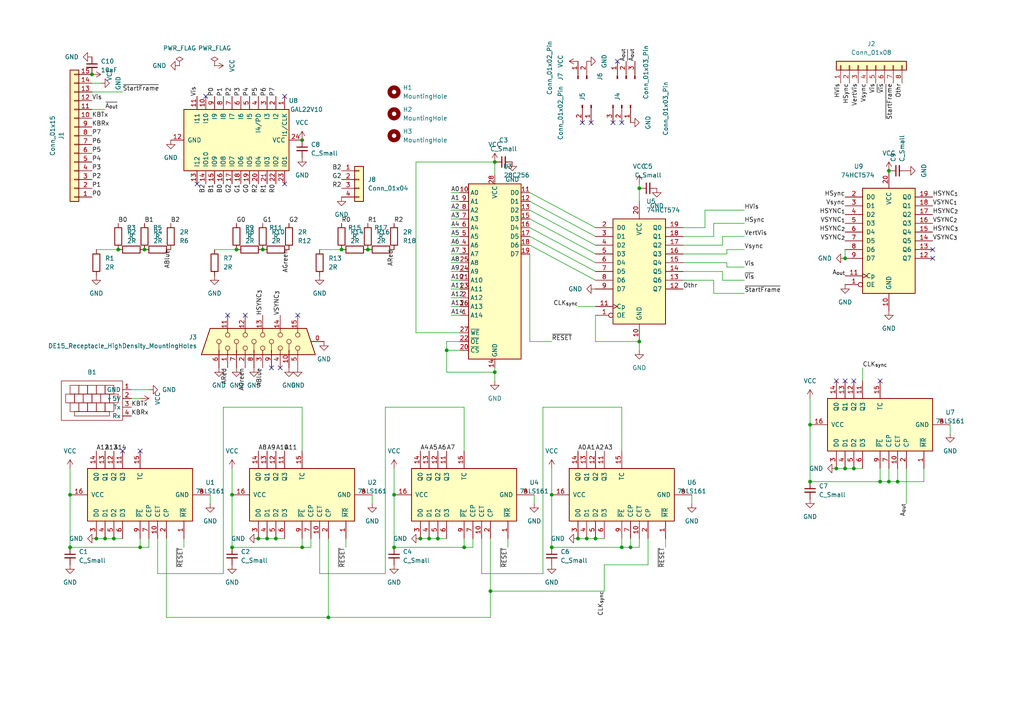
<source format=kicad_sch>
(kicad_sch (version 20230121) (generator eeschema)
  (paper "A4")
  (lib_symbols
    (symbol "74xx:74HCT574" (pin_names (offset 1.016))
      (property "Reference" "U" (at -7.62 16.51 0))
      (property "Value" "74HCT574" (at -7.62 -16.51 0))
      (symbol "74HCT574_1_0"
        (pin input inverted (at -12.7 -12.7 0) (length 5.08) (name "OE") (number "1"))
        (pin power_in line (at 0 -20.32 90) (length 5.08) (name "GND") (number "10"))
        (pin input clock (at -12.7 -10.16 0) (length 5.08) (name "Cp") (number "11"))
        (pin tri_state line (at 12.7 -5.08 180) (length 5.08) (name "Q7") (number "12"))
        (pin tri_state line (at 12.7 -2.54 180) (length 5.08) (name "Q6") (number "13"))
        (pin tri_state line (at 12.7 0 180) (length 5.08) (name "Q5") (number "14"))
        (pin tri_state line (at 12.7 2.54 180) (length 5.08) (name "Q4") (number "15"))
        (pin tri_state line (at 12.7 5.08 180) (length 5.08) (name "Q3") (number "16"))
        (pin tri_state line (at 12.7 7.62 180) (length 5.08) (name "Q2") (number "17"))
        (pin tri_state line (at 12.7 10.16 180) (length 5.08) (name "Q1") (number "18"))
        (pin tri_state line (at 12.7 12.7 180) (length 5.08) (name "Q0") (number "19"))
        (pin input line (at -12.7 12.7 0) (length 5.08) (name "D0") (number "2"))
        (pin power_in line (at 0 20.32 270) (length 5.08) (name "VCC") (number "20"))
        (pin input line (at -12.7 10.16 0) (length 5.08) (name "D1") (number "3"))
        (pin input line (at -12.7 7.62 0) (length 5.08) (name "D2") (number "4"))
        (pin input line (at -12.7 5.08 0) (length 5.08) (name "D3") (number "5"))
        (pin input line (at -12.7 2.54 0) (length 5.08) (name "D4") (number "6"))
        (pin input line (at -12.7 0 0) (length 5.08) (name "D5") (number "7"))
        (pin input line (at -12.7 -2.54 0) (length 5.08) (name "D6") (number "8"))
        (pin input line (at -12.7 -5.08 0) (length 5.08) (name "D7") (number "9"))
      )
    )
    (symbol "74xx:74LS161" (pin_names (offset 1.016))
      (property "Reference" "U" (at -7.62 16.51 0))
      (property "Value" "74LS161" (at -7.62 -16.51 0))
      (symbol "74LS161_1_0"
        (pin input line (at -12.7 -12.7 0) (length 5.08) (name "~{MR}") (number "1"))
        (pin input line (at -12.7 -5.08 0) (length 5.08) (name "CET") (number "10"))
        (pin output line (at 12.7 5.08 180) (length 5.08) (name "Q3") (number "11"))
        (pin output line (at 12.7 7.62 180) (length 5.08) (name "Q2") (number "12"))
        (pin output line (at 12.7 10.16 180) (length 5.08) (name "Q1") (number "13"))
        (pin output line (at 12.7 12.7 180) (length 5.08) (name "Q0") (number "14"))
        (pin output line (at 12.7 0 180) (length 5.08) (name "TC") (number "15"))
        (pin power_in line (at 0 20.32 270) (length 5.08) (name "VCC") (number "16"))
        (pin input line (at -12.7 -7.62 0) (length 5.08) (name "CP") (number "2"))
        (pin input line (at -12.7 12.7 0) (length 5.08) (name "D0") (number "3"))
        (pin input line (at -12.7 10.16 0) (length 5.08) (name "D1") (number "4"))
        (pin input line (at -12.7 7.62 0) (length 5.08) (name "D2") (number "5"))
        (pin input line (at -12.7 5.08 0) (length 5.08) (name "D3") (number "6"))
        (pin input line (at -12.7 -2.54 0) (length 5.08) (name "CEP") (number "7"))
        (pin power_in line (at 0 -20.32 90) (length 5.08) (name "GND") (number "8"))
        (pin input line (at -12.7 0 0) (length 5.08) (name "~{PE}") (number "9"))
      )
    )
    (symbol "Connector:Conn_01x02_Pin" (pin_names (offset 1.016) hide)
      (property "Reference" "J" (at 0 2.54 0))
      (property "Value" "Conn_01x02_Pin" (at 0 -5.08 0))
      (symbol "Conn_01x02_Pin_1_1"
        (pin passive line (at 5.08 0 180) (length 3.81) (name "Pin_1") (number "1"))
        (pin passive line (at 5.08 -2.54 180) (length 3.81) (name "Pin_2") (number "2"))
      )
    )
    (symbol "Connector:Conn_01x03_Pin" (pin_names (offset 1.016) hide)
      (property "Reference" "J" (at 0 5.08 0))
      (property "Value" "Conn_01x03_Pin" (at 0 -5.08 0))
      (symbol "Conn_01x03_Pin_1_1"
        (pin passive line (at 5.08 2.54 180) (length 3.81) (name "Pin_1") (number "1"))
        (pin passive line (at 5.08 0 180) (length 3.81) (name "Pin_2") (number "2"))
        (pin passive line (at 5.08 -2.54 180) (length 3.81) (name "Pin_3") (number "3"))
      )
    )
    (symbol "Connector:DE15_Receptacle_HighDensity_MountingHoles" (pin_names (offset 1.016) hide)
      (property "Reference" "J" (at 0 21.59 0))
      (property "Value" "DE15_Receptacle_HighDensity_MountingHoles" (at 0 19.05 0))
      (symbol "DE15_Receptacle_HighDensity_MountingHoles_1_1"
        (pin passive line (at 0 -17.78 90) (length 3.81) (name "~") (number "0"))
        (pin passive line (at -7.62 10.16 0) (length 5.08) (name "~") (number "1"))
        (pin passive line (at -7.62 -7.62 0) (length 5.08) (name "~") (number "10"))
        (pin passive line (at 7.62 10.16 180) (length 5.08) (name "~") (number "11"))
        (pin passive line (at 7.62 5.08 180) (length 5.08) (name "~") (number "12"))
        (pin passive line (at 7.62 0 180) (length 5.08) (name "~") (number "13"))
        (pin passive line (at 7.62 -5.08 180) (length 5.08) (name "~") (number "14"))
        (pin passive line (at 7.62 -10.16 180) (length 5.08) (name "~") (number "15"))
        (pin passive line (at -7.62 5.08 0) (length 5.08) (name "~") (number "2"))
        (pin passive line (at -7.62 0 0) (length 5.08) (name "~") (number "3"))
        (pin passive line (at -7.62 -5.08 0) (length 5.08) (name "~") (number "4"))
        (pin passive line (at -7.62 -10.16 0) (length 5.08) (name "~") (number "5"))
        (pin passive line (at -7.62 12.7 0) (length 5.08) (name "~") (number "6"))
        (pin passive line (at -7.62 7.62 0) (length 5.08) (name "~") (number "7"))
        (pin passive line (at -7.62 2.54 0) (length 5.08) (name "~") (number "8"))
        (pin passive line (at -7.62 -2.54 0) (length 5.08) (name "~") (number "9"))
      )
    )
    (symbol "Connector_Generic:Conn_01x04" (pin_names (offset 1.016) hide)
      (property "Reference" "J" (at 0 5.08 0))
      (property "Value" "Conn_01x04" (at 0 -7.62 0))
      (symbol "Conn_01x04_1_1"
        (pin passive line (at -5.08 2.54 0) (length 3.81) (name "Pin_1") (number "1"))
        (pin passive line (at -5.08 0 0) (length 3.81) (name "Pin_2") (number "2"))
        (pin passive line (at -5.08 -2.54 0) (length 3.81) (name "Pin_3") (number "3"))
        (pin passive line (at -5.08 -5.08 0) (length 3.81) (name "Pin_4") (number "4"))
      )
    )
    (symbol "Connector_Generic:Conn_01x08" (pin_names (offset 1.016) hide)
      (property "Reference" "J" (at 0 10.16 0))
      (property "Value" "Conn_01x08" (at 0 -12.7 0))
      (symbol "Conn_01x08_1_1"
        (pin passive line (at -5.08 7.62 0) (length 3.81) (name "Pin_1") (number "1"))
        (pin passive line (at -5.08 5.08 0) (length 3.81) (name "Pin_2") (number "2"))
        (pin passive line (at -5.08 2.54 0) (length 3.81) (name "Pin_3") (number "3"))
        (pin passive line (at -5.08 0 0) (length 3.81) (name "Pin_4") (number "4"))
        (pin passive line (at -5.08 -2.54 0) (length 3.81) (name "Pin_5") (number "5"))
        (pin passive line (at -5.08 -5.08 0) (length 3.81) (name "Pin_6") (number "6"))
        (pin passive line (at -5.08 -7.62 0) (length 3.81) (name "Pin_7") (number "7"))
        (pin passive line (at -5.08 -10.16 0) (length 3.81) (name "Pin_8") (number "8"))
      )
    )
    (symbol "Connector_Generic:Conn_01x15" (pin_names (offset 1.016) hide)
      (property "Reference" "J" (at 0 20.32 0))
      (property "Value" "Conn_01x15" (at 0 -20.32 0))
      (symbol "Conn_01x15_1_1"
        (pin passive line (at -5.08 17.78 0) (length 3.81) (name "Pin_1") (number "1"))
        (pin passive line (at -5.08 -5.08 0) (length 3.81) (name "Pin_10") (number "10"))
        (pin passive line (at -5.08 -7.62 0) (length 3.81) (name "Pin_11") (number "11"))
        (pin passive line (at -5.08 -10.16 0) (length 3.81) (name "Pin_12") (number "12"))
        (pin passive line (at -5.08 -12.7 0) (length 3.81) (name "Pin_13") (number "13"))
        (pin passive line (at -5.08 -15.24 0) (length 3.81) (name "Pin_14") (number "14"))
        (pin passive line (at -5.08 -17.78 0) (length 3.81) (name "Pin_15") (number "15"))
        (pin passive line (at -5.08 15.24 0) (length 3.81) (name "Pin_2") (number "2"))
        (pin passive line (at -5.08 12.7 0) (length 3.81) (name "Pin_3") (number "3"))
        (pin passive line (at -5.08 10.16 0) (length 3.81) (name "Pin_4") (number "4"))
        (pin passive line (at -5.08 7.62 0) (length 3.81) (name "Pin_5") (number "5"))
        (pin passive line (at -5.08 5.08 0) (length 3.81) (name "Pin_6") (number "6"))
        (pin passive line (at -5.08 2.54 0) (length 3.81) (name "Pin_7") (number "7"))
        (pin passive line (at -5.08 0 0) (length 3.81) (name "Pin_8") (number "8"))
        (pin passive line (at -5.08 -2.54 0) (length 3.81) (name "Pin_9") (number "9"))
      )
    )
    (symbol "Device:C_Small" (pin_numbers hide) (pin_names (offset 0.254) hide)
      (property "Reference" "C" (at 0.254 1.778 0))
      (property "Value" "C_Small" (at 0.254 -2.032 0))
      (symbol "C_Small_1_1"
        (pin passive line (at 0 2.54 270) (length 2.032) (name "~") (number "1"))
        (pin passive line (at 0 -2.54 90) (length 2.032) (name "~") (number "2"))
      )
    )
    (symbol "Device:R" (pin_numbers hide) (pin_names (offset 0))
      (property "Reference" "R" (at 2.032 0 90))
      (property "Value" "R" (at 0 0 90))
      (symbol "R_1_1"
        (pin passive line (at 0 3.81 270) (length 1.27) (name "~") (number "1"))
        (pin passive line (at 0 -3.81 90) (length 1.27) (name "~") (number "2"))
      )
    )
    (symbol "Mechanical:MountingHole" (pin_names (offset 1.016))
      (property "Reference" "H" (at 0 5.08 0))
      (property "Value" "MountingHole" (at 0 3.175 0))
    )
    (symbol "Memory_EEPROM:28C256"
      (property "Reference" "U" (at -7.62 26.67 0))
      (property "Value" "28C256" (at 2.54 -26.67 0))
      (symbol "28C256_1_1"
        (pin input line (at -10.16 -12.7 0) (length 2.54) (name "A14") (number "1"))
        (pin input line (at -10.16 22.86 0) (length 2.54) (name "A0") (number "10"))
        (pin tri_state line (at 10.16 22.86 180) (length 2.54) (name "D0") (number "11"))
        (pin tri_state line (at 10.16 20.32 180) (length 2.54) (name "D1") (number "12"))
        (pin tri_state line (at 10.16 17.78 180) (length 2.54) (name "D2") (number "13"))
        (pin power_in line (at 0 -27.94 90) (length 2.54) (name "GND") (number "14"))
        (pin tri_state line (at 10.16 15.24 180) (length 2.54) (name "D3") (number "15"))
        (pin tri_state line (at 10.16 12.7 180) (length 2.54) (name "D4") (number "16"))
        (pin tri_state line (at 10.16 10.16 180) (length 2.54) (name "D5") (number "17"))
        (pin tri_state line (at 10.16 7.62 180) (length 2.54) (name "D6") (number "18"))
        (pin tri_state line (at 10.16 5.08 180) (length 2.54) (name "D7") (number "19"))
        (pin input line (at -10.16 -7.62 0) (length 2.54) (name "A12") (number "2"))
        (pin input line (at -10.16 -22.86 0) (length 2.54) (name "~{CS}") (number "20"))
        (pin input line (at -10.16 -2.54 0) (length 2.54) (name "A10") (number "21"))
        (pin input line (at -10.16 -20.32 0) (length 2.54) (name "~{OE}") (number "22"))
        (pin input line (at -10.16 -5.08 0) (length 2.54) (name "A11") (number "23"))
        (pin input line (at -10.16 0 0) (length 2.54) (name "A9") (number "24"))
        (pin input line (at -10.16 2.54 0) (length 2.54) (name "A8") (number "25"))
        (pin input line (at -10.16 -10.16 0) (length 2.54) (name "A13") (number "26"))
        (pin input line (at -10.16 -17.78 0) (length 2.54) (name "~{WE}") (number "27"))
        (pin power_in line (at 0 27.94 270) (length 2.54) (name "VCC") (number "28"))
        (pin input line (at -10.16 5.08 0) (length 2.54) (name "A7") (number "3"))
        (pin input line (at -10.16 7.62 0) (length 2.54) (name "A6") (number "4"))
        (pin input line (at -10.16 10.16 0) (length 2.54) (name "A5") (number "5"))
        (pin input line (at -10.16 12.7 0) (length 2.54) (name "A4") (number "6"))
        (pin input line (at -10.16 15.24 0) (length 2.54) (name "A3") (number "7"))
        (pin input line (at -10.16 17.78 0) (length 2.54) (name "A2") (number "8"))
        (pin input line (at -10.16 20.32 0) (length 2.54) (name "A1") (number "9"))
      )
    )
    (symbol "local:KB-UART-board"
      (property "Reference" "B" (at -8.89 6.35 0))
      (symbol "KB-UART-board_1_1"
        (pin power_in line (at 6.35 2.54 180) (length 2.54) (name "GND") (number "1"))
        (pin power_in line (at 6.35 0 180) (length 2.54) (name "5V") (number "2"))
        (pin output line (at 6.35 -2.54 180) (length 2.54) (name "Tx") (number "3"))
        (pin input line (at 6.35 -5.08 180) (length 2.54) (name "Rx") (number "4"))
      )
    )
    (symbol "power:GND" (power) (pin_names (offset 0))
      (property "Value" "GND" (at 0 -3.81 0))
      (symbol "GND_1_1"
        (pin power_in line (at 0 0 270) (length 0) hide (name "GND") (number "1"))
      )
    )
    (symbol "power:PWR_FLAG" (power) (pin_numbers hide) (pin_names (offset 0) hide)
      (property "Value" "PWR_FLAG" (at 0 3.81 0))
      (symbol "PWR_FLAG_0_0"
        (pin power_out line (at 0 0 90) (length 0) (name "pwr") (number "1"))
      )
    )
    (symbol "power:VCC" (power) (pin_names (offset 0))
      (property "Value" "VCC" (at 0 3.81 0))
      (symbol "VCC_1_1"
        (pin power_in line (at 0 0 90) (length 0) hide (name "VCC") (number "1"))
      )
    )
    (symbol "vga:GAL22V10" (pin_names (offset 1.016))
      (property "Reference" "U" (at -8.89 16.51 0))
      (property "Value" "GAL22V10" (at 1.27 16.51 0))
      (symbol "GAL22V10_0_0"
        (pin power_in line (at 0 -20.32 90) (length 3.81) (name "GND") (number "12"))
        (pin power_in line (at 0 17.78 270) (length 3.81) (name "VCC") (number "24"))
      )
      (symbol "GAL22V10_1_1"
        (pin input line (at -12.7 12.7 0) (length 3.81) (name "I1/CLK") (number "1"))
        (pin input line (at -12.7 -10.16 0) (length 3.81) (name "I10") (number "10"))
        (pin input line (at -12.7 -12.7 0) (length 3.81) (name "I11") (number "11"))
        (pin input line (at 12.7 -12.7 180) (length 3.81) (name "I12") (number "13"))
        (pin tri_state line (at 12.7 -10.16 180) (length 3.81) (name "IO10") (number "14"))
        (pin tri_state line (at 12.7 -7.62 180) (length 3.81) (name "IO9") (number "15"))
        (pin tri_state line (at 12.7 -5.08 180) (length 3.81) (name "IO8") (number "16"))
        (pin tri_state line (at 12.7 -2.54 180) (length 3.81) (name "IO7") (number "17"))
        (pin tri_state line (at 12.7 0 180) (length 3.81) (name "IO6") (number "18"))
        (pin tri_state line (at 12.7 2.54 180) (length 3.81) (name "IO5") (number "19"))
        (pin input line (at -12.7 10.16 0) (length 3.81) (name "I2") (number "2"))
        (pin tri_state line (at 12.7 5.08 180) (length 3.81) (name "IO4") (number "20"))
        (pin tri_state line (at 12.7 7.62 180) (length 3.81) (name "I03") (number "21"))
        (pin tri_state line (at 12.7 10.16 180) (length 3.81) (name "IO2") (number "22"))
        (pin tri_state line (at 12.7 12.7 180) (length 3.81) (name "IO1") (number "23"))
        (pin input line (at -12.7 7.62 0) (length 3.81) (name "I3") (number "3"))
        (pin input line (at -12.7 5.08 0) (length 3.81) (name "I4/PD") (number "4"))
        (pin input line (at -12.7 2.54 0) (length 3.81) (name "I5") (number "5"))
        (pin input line (at -12.7 0 0) (length 3.81) (name "I6") (number "6"))
        (pin input line (at -12.7 -2.54 0) (length 3.81) (name "I7") (number "7"))
        (pin input line (at -12.7 -5.08 0) (length 3.81) (name "I8") (number "8"))
        (pin input line (at -12.7 -7.62 0) (length 3.81) (name "I9") (number "9"))
      )
    )
  )
  (junction (at 27.94 156.21))
  (junction (at 114.3 158.75))
  (junction (at 234.95 139.7))
  (junction (at 114.3 143.51))
  (junction (at 255.27 139.7))
  (junction (at 182.88 158.75))
  (junction (at 172.72 156.21))
  (junction (at 30.48 156.21))
  (junction (at 76.2 72.39))
  (junction (at 127 156.21))
  (junction (at 245.11 74.93))
  (junction (at 34.29 72.39))
  (junction (at 129.54 101.6))
  (junction (at 185.42 54.61))
  (junction (at 257.81 139.7))
  (junction (at 40.64 158.75))
  (junction (at 67.31 143.51))
  (junction (at 170.18 156.21))
  (junction (at 26.67 21.59))
  (junction (at 95.25 179.07))
  (junction (at 257.81 49.53))
  (junction (at 185.42 99.06))
  (junction (at 33.02 156.21))
  (junction (at 143.51 107.95))
  (junction (at 247.65 135.89))
  (junction (at 68.58 72.39))
  (junction (at 260.35 139.7))
  (junction (at 160.02 143.51))
  (junction (at 74.93 156.21))
  (junction (at 20.32 158.75))
  (junction (at 180.34 158.75))
  (junction (at 160.02 158.75))
  (junction (at 242.57 135.89))
  (junction (at 142.24 171.45))
  (junction (at 143.51 46.99))
  (junction (at 80.01 156.21))
  (junction (at 124.46 156.21))
  (junction (at 41.91 72.39))
  (junction (at 67.31 158.75))
  (junction (at 87.63 158.75))
  (junction (at 234.95 123.19))
  (junction (at 121.92 156.21))
  (junction (at 106.68 72.39))
  (junction (at 167.64 156.21))
  (junction (at 99.06 72.39))
  (junction (at 245.11 135.89))
  (junction (at 20.32 143.51))
  (junction (at 87.63 40.64))
  (junction (at 134.62 158.75))
  (junction (at 77.47 156.21))
  (no_connect (at 245.11 110.49))
  (no_connect (at 78.74 106.68))
  (no_connect (at 40.64 130.81))
  (no_connect (at 179.07 17.78))
  (no_connect (at 247.65 110.49))
  (no_connect (at 59.69 27.94))
  (no_connect (at 57.15 53.34))
  (no_connect (at 270.51 72.39))
  (no_connect (at 242.57 110.49))
  (no_connect (at 35.56 130.81))
  (no_connect (at 171.45 35.56))
  (no_connect (at 180.34 35.56))
  (no_connect (at 168.91 35.56))
  (no_connect (at 270.51 74.93))
  (no_connect (at 255.27 110.49))
  (no_connect (at 177.8 35.56))
  (no_connect (at 81.28 106.68))
  (no_connect (at 66.04 91.44))
  (no_connect (at 86.36 91.44))
  (no_connect (at 82.55 27.94))
  (no_connect (at 71.12 91.44))
  (no_connect (at 82.55 53.34))
  (wire (pts (xy 20.32 135.89) (xy 20.32 143.51)))
  (wire (pts (xy 143.51 107.95) (xy 143.51 110.49)))
  (wire (pts (xy 43.18 158.75) (xy 43.18 156.21)))
  (wire (pts (xy 20.32 143.51) (xy 20.32 158.75)))
  (wire (pts (xy 30.48 156.21) (xy 33.02 156.21)))
  (wire (pts (xy 87.63 118.11) (xy 64.77 118.11)))
  (wire (pts (xy 137.16 158.75) (xy 137.16 156.21)))
  (wire (pts (xy 111.76 166.37) (xy 92.71 166.37)))
  (wire (pts (xy 153.67 71.12) (xy 172.72 81.28)))
  (wire (pts (xy 40.64 156.21) (xy 40.64 158.75)))
  (wire (pts (xy 133.35 99.06) (xy 129.54 99.06)))
  (wire (pts (xy 129.54 101.6) (xy 133.35 101.6)))
  (wire (pts (xy 48.26 179.07) (xy 48.26 156.21)))
  (wire (pts (xy 234.95 115.57) (xy 234.95 123.19)))
  (wire (pts (xy 185.42 97.79) (xy 185.42 99.06)))
  (wire (pts (xy 67.31 158.75) (xy 87.63 158.75)))
  (wire (pts (xy 134.62 156.21) (xy 134.62 158.75)))
  (wire (pts (xy 262.89 146.05) (xy 262.89 135.89)))
  (wire (pts (xy 198.12 71.12) (xy 209.55 71.12)))
  (wire (pts (xy 62.23 72.39) (xy 68.58 72.39)))
  (wire (pts (xy 172.72 156.21) (xy 175.26 156.21)))
  (wire (pts (xy 153.67 99.06) (xy 160.02 99.06)))
  (wire (pts (xy 180.34 156.21) (xy 180.34 158.75)))
  (wire (pts (xy 87.63 156.21) (xy 87.63 158.75)))
  (wire (pts (xy 133.35 96.52) (xy 120.65 96.52)))
  (wire (pts (xy 198.12 66.04) (xy 204.47 66.04)))
  (wire (pts (xy 121.92 156.21) (xy 124.46 156.21)))
  (wire (pts (xy 64.77 118.11) (xy 64.77 166.37)))
  (wire (pts (xy 134.62 118.11) (xy 111.76 118.11)))
  (wire (pts (xy 160.02 143.51) (xy 160.02 158.75)))
  (wire (pts (xy 153.67 68.58) (xy 172.72 78.74)))
  (wire (pts (xy 95.25 156.21) (xy 95.25 179.07)))
  (wire (pts (xy 147.32 156.21) (xy 147.32 158.75)))
  (wire (pts (xy 124.46 156.21) (xy 127 156.21)))
  (wire (pts (xy 114.3 143.51) (xy 114.3 158.75)))
  (wire (pts (xy 153.67 58.42) (xy 172.72 68.58)))
  (wire (pts (xy 127 156.21) (xy 129.54 156.21)))
  (wire (pts (xy 209.55 78.74) (xy 209.55 81.28)))
  (wire (pts (xy 100.33 156.21) (xy 100.33 158.75)))
  (wire (pts (xy 130.81 55.88) (xy 133.35 55.88)))
  (wire (pts (xy 210.82 77.47) (xy 215.9 77.47)))
  (wire (pts (xy 275.59 123.19) (xy 275.59 125.73)))
  (wire (pts (xy 210.82 76.2) (xy 210.82 77.47)))
  (wire (pts (xy 175.26 171.45) (xy 175.26 163.83)))
  (wire (pts (xy 180.34 118.11) (xy 157.48 118.11)))
  (wire (pts (xy 185.42 99.06) (xy 185.42 101.6)))
  (wire (pts (xy 87.63 158.75) (xy 90.17 158.75)))
  (wire (pts (xy 95.25 179.07) (xy 48.26 179.07)))
  (wire (pts (xy 245.11 72.39) (xy 245.11 74.93)))
  (wire (pts (xy 67.31 135.89) (xy 67.31 143.51)))
  (wire (pts (xy 130.81 88.9) (xy 133.35 88.9)))
  (wire (pts (xy 182.88 158.75) (xy 182.88 156.21)))
  (wire (pts (xy 153.67 63.5) (xy 172.72 73.66)))
  (wire (pts (xy 250.19 106.68) (xy 250.19 110.49)))
  (wire (pts (xy 90.17 158.75) (xy 90.17 156.21)))
  (wire (pts (xy 33.02 156.21) (xy 35.56 156.21)))
  (wire (pts (xy 130.81 86.36) (xy 133.35 86.36)))
  (wire (pts (xy 143.51 106.68) (xy 143.51 107.95)))
  (wire (pts (xy 130.81 76.2) (xy 133.35 76.2)))
  (wire (pts (xy 234.95 123.19) (xy 234.95 139.7)))
  (wire (pts (xy 153.67 60.96) (xy 172.72 71.12)))
  (wire (pts (xy 114.3 135.89) (xy 114.3 143.51)))
  (wire (pts (xy 27.94 156.21) (xy 30.48 156.21)))
  (wire (pts (xy 257.81 135.89) (xy 257.81 139.7)))
  (wire (pts (xy 130.81 66.04) (xy 133.35 66.04)))
  (wire (pts (xy 255.27 139.7) (xy 257.81 139.7)))
  (wire (pts (xy 142.24 156.21) (xy 142.24 171.45)))
  (wire (pts (xy 209.55 81.28) (xy 215.9 81.28)))
  (wire (pts (xy 180.34 130.81) (xy 180.34 118.11)))
  (wire (pts (xy 167.64 156.21) (xy 170.18 156.21)))
  (wire (pts (xy 92.71 166.37) (xy 92.71 156.21)))
  (wire (pts (xy 234.95 139.7) (xy 255.27 139.7)))
  (wire (pts (xy 139.7 166.37) (xy 139.7 156.21)))
  (wire (pts (xy 187.96 163.83) (xy 187.96 156.21)))
  (wire (pts (xy 257.81 139.7) (xy 260.35 139.7)))
  (wire (pts (xy 185.42 54.61) (xy 185.42 58.42)))
  (wire (pts (xy 20.32 158.75) (xy 40.64 158.75)))
  (wire (pts (xy 38.1 113.03) (xy 43.18 113.03)))
  (wire (pts (xy 157.48 166.37) (xy 139.7 166.37)))
  (wire (pts (xy 198.12 81.28) (xy 207.01 81.28)))
  (wire (pts (xy 129.54 107.95) (xy 143.51 107.95)))
  (wire (pts (xy 67.31 143.51) (xy 67.31 158.75)))
  (wire (pts (xy 198.12 68.58) (xy 207.01 68.58)))
  (wire (pts (xy 185.42 156.21) (xy 185.42 158.75)))
  (wire (pts (xy 77.47 156.21) (xy 80.01 156.21)))
  (wire (pts (xy 207.01 68.58) (xy 207.01 64.77)))
  (wire (pts (xy 198.12 76.2) (xy 210.82 76.2)))
  (wire (pts (xy 80.01 156.21) (xy 82.55 156.21)))
  (wire (pts (xy 130.81 58.42) (xy 133.35 58.42)))
  (wire (pts (xy 111.76 118.11) (xy 111.76 166.37)))
  (wire (pts (xy 172.72 91.44) (xy 172.72 99.06)))
  (wire (pts (xy 45.72 166.37) (xy 45.72 156.21)))
  (wire (pts (xy 27.94 72.39) (xy 34.29 72.39)))
  (wire (pts (xy 182.88 158.75) (xy 185.42 158.75)))
  (wire (pts (xy 120.65 46.99) (xy 143.51 46.99)))
  (wire (pts (xy 130.81 78.74) (xy 133.35 78.74)))
  (wire (pts (xy 153.67 55.88) (xy 172.72 66.04)))
  (wire (pts (xy 193.04 156.21) (xy 193.04 158.75)))
  (wire (pts (xy 153.67 73.66) (xy 153.67 99.06)))
  (wire (pts (xy 175.26 163.83) (xy 187.96 163.83)))
  (wire (pts (xy 153.67 66.04) (xy 172.72 76.2)))
  (wire (pts (xy 143.51 46.99) (xy 143.51 50.8)))
  (wire (pts (xy 207.01 81.28) (xy 207.01 85.09)))
  (wire (pts (xy 210.82 73.66) (xy 210.82 72.39)))
  (wire (pts (xy 60.96 143.51) (xy 60.96 146.05)))
  (wire (pts (xy 210.82 72.39) (xy 215.9 72.39)))
  (wire (pts (xy 167.64 88.9) (xy 172.72 88.9)))
  (wire (pts (xy 130.81 73.66) (xy 133.35 73.66)))
  (wire (pts (xy 129.54 99.06) (xy 129.54 101.6)))
  (wire (pts (xy 160.02 158.75) (xy 180.34 158.75)))
  (wire (pts (xy 204.47 66.04) (xy 204.47 60.96)))
  (wire (pts (xy 130.81 81.28) (xy 133.35 81.28)))
  (wire (pts (xy 247.65 135.89) (xy 250.19 135.89)))
  (wire (pts (xy 134.62 130.81) (xy 134.62 118.11)))
  (wire (pts (xy 200.66 143.51) (xy 200.66 146.05)))
  (wire (pts (xy 134.62 158.75) (xy 137.16 158.75)))
  (wire (pts (xy 64.77 166.37) (xy 45.72 166.37)))
  (wire (pts (xy 29.21 24.13) (xy 26.67 24.13)))
  (wire (pts (xy 172.72 99.06) (xy 185.42 99.06)))
  (wire (pts (xy 114.3 158.75) (xy 134.62 158.75)))
  (wire (pts (xy 142.24 171.45) (xy 175.26 171.45)))
  (wire (pts (xy 204.47 60.96) (xy 215.9 60.96)))
  (wire (pts (xy 30.48 31.75) (xy 26.67 31.75)))
  (wire (pts (xy 198.12 78.74) (xy 209.55 78.74)))
  (wire (pts (xy 87.63 130.81) (xy 87.63 118.11)))
  (wire (pts (xy 130.81 68.58) (xy 133.35 68.58)))
  (wire (pts (xy 180.34 158.75) (xy 182.88 158.75)))
  (wire (pts (xy 242.57 135.89) (xy 245.11 135.89)))
  (wire (pts (xy 120.65 96.52) (xy 120.65 46.99)))
  (wire (pts (xy 260.35 139.7) (xy 267.97 139.7)))
  (wire (pts (xy 142.24 179.07) (xy 95.25 179.07)))
  (wire (pts (xy 198.12 73.66) (xy 210.82 73.66)))
  (wire (pts (xy 130.81 91.44) (xy 133.35 91.44)))
  (wire (pts (xy 209.55 71.12) (xy 209.55 68.58)))
  (wire (pts (xy 160.02 135.89) (xy 160.02 143.51)))
  (wire (pts (xy 74.93 156.21) (xy 77.47 156.21)))
  (wire (pts (xy 107.95 143.51) (xy 107.95 146.05)))
  (wire (pts (xy 142.24 171.45) (xy 142.24 179.07)))
  (wire (pts (xy 255.27 135.89) (xy 255.27 139.7)))
  (wire (pts (xy 245.11 135.89) (xy 247.65 135.89)))
  (wire (pts (xy 129.54 101.6) (xy 129.54 107.95)))
  (wire (pts (xy 207.01 64.77) (xy 215.9 64.77)))
  (wire (pts (xy 130.81 63.5) (xy 133.35 63.5)))
  (wire (pts (xy 92.71 72.39) (xy 99.06 72.39)))
  (wire (pts (xy 209.55 68.58) (xy 215.9 68.58)))
  (wire (pts (xy 38.1 115.57) (xy 40.64 115.57)))
  (wire (pts (xy 130.81 83.82) (xy 133.35 83.82)))
  (wire (pts (xy 130.81 71.12) (xy 133.35 71.12)))
  (wire (pts (xy 35.56 26.67) (xy 26.67 26.67)))
  (wire (pts (xy 157.48 118.11) (xy 157.48 166.37)))
  (wire (pts (xy 185.42 53.34) (xy 185.42 54.61)))
  (wire (pts (xy 260.35 135.89) (xy 260.35 139.7)))
  (wire (pts (xy 154.94 143.51) (xy 154.94 146.05)))
  (wire (pts (xy 53.34 156.21) (xy 53.34 158.75)))
  (wire (pts (xy 207.01 85.09) (xy 215.9 85.09)))
  (wire (pts (xy 40.64 158.75) (xy 43.18 158.75)))
  (wire (pts (xy 170.18 156.21) (xy 172.72 156.21)))
  (wire (pts (xy 130.81 60.96) (xy 133.35 60.96)))
  (wire (pts (xy 267.97 139.7) (xy 267.97 135.89)))
  (label "A5" (at 124.46 130.81 0))
  (label "~{Vis}" (at 256.54 24.13 270))
  (label "ABlue" (at 49.53 72.39 270))
  (label "A2" (at 130.81 60.96 0))
  (label "A9" (at 130.81 78.74 0))
  (label "Vis" (at 215.9 77.47 0))
  (label "R1" (at 106.68 64.77 0))
  (label "HSYNC_{1}" (at 245.11 62.23 180))
  (label "A8" (at 74.93 130.81 0))
  (label "ARed" (at 114.3 72.39 270))
  (label "G2" (at 67.31 53.34 270))
  (label "R2" (at 114.3 64.77 0))
  (label "Othr" (at 198.12 83.82 0))
  (label "HSYNC_{1}" (at 270.51 57.15 0))
  (label "G0" (at 68.58 64.77 0))
  (label "A10" (at 130.81 81.28 0))
  (label "A13" (at 130.81 88.9 0))
  (label "P5" (at 26.67 44.45 0))
  (label "CLK_{sync}" (at 250.19 106.68 0))
  (label "A13" (at 30.48 130.81 0))
  (label "VSYNC_{3}" (at 81.28 91.44 90))
  (label "Vis" (at 26.67 29.21 0))
  (label "A_{out}" (at 181.61 17.78 90))
  (label "B0" (at 34.29 64.77 0))
  (label "A4" (at 130.81 66.04 0))
  (label "KBTx" (at 38.1 118.11 0))
  (label "A3" (at 175.26 130.81 0))
  (label "KBTx" (at 26.67 34.29 0))
  (label "R2" (at 99.06 54.61 180))
  (label "P3" (at 26.67 49.53 0))
  (label "~{StartFrame}" (at 259.08 24.13 270))
  (label "HVis" (at 215.9 60.96 0))
  (label "A14" (at 33.02 130.81 0))
  (label "B2" (at 59.69 53.34 270))
  (label "A2" (at 172.72 130.81 0))
  (label "P0" (at 62.23 27.94 90))
  (label "B1" (at 41.91 64.77 0))
  (label "AGreen" (at 83.82 72.39 270))
  (label "Vsync" (at 251.46 24.13 270))
  (label "HSYNC_{3}" (at 76.2 91.44 90))
  (label "G2" (at 99.06 52.07 180))
  (label "A14" (at 130.81 91.44 0))
  (label "A_{out}" (at 245.11 80.01 180))
  (label "~{RESET}" (at 147.32 158.75 270))
  (label "Vis" (at 57.15 27.94 90))
  (label "P7" (at 26.67 39.37 0))
  (label "G0" (at 72.39 53.34 270))
  (label "A12" (at 27.94 130.81 0))
  (label "R1" (at 77.47 53.34 270))
  (label "CLK_{sync}" (at 167.64 88.9 180))
  (label "P3" (at 69.85 27.94 90))
  (label "HSYNC_{3}" (at 270.51 67.31 0))
  (label "P6" (at 77.47 27.94 90))
  (label "HVis" (at 243.84 24.13 270))
  (label "B2" (at 49.53 64.77 0))
  (label "~{StartFrame}" (at 35.56 26.67 0))
  (label "A_{out}" (at 262.89 146.05 270))
  (label "P1" (at 64.77 27.94 90))
  (label "G1" (at 69.85 53.34 270))
  (label "A8" (at 130.81 76.2 0))
  (label "~{RESET}" (at 100.33 158.75 270))
  (label "A6" (at 127 130.81 0))
  (label "P2" (at 26.67 52.07 0))
  (label "HSYNC_{2}" (at 245.11 67.31 180))
  (label "~{RESET}" (at 160.02 99.06 0))
  (label "P1" (at 26.67 54.61 0))
  (label "KBRx" (at 26.67 36.83 0))
  (label "R0" (at 80.01 53.34 270))
  (label "Vsync" (at 215.9 72.39 0))
  (label "HSYNC_{2}" (at 270.51 62.23 0))
  (label "A12" (at 130.81 86.36 0))
  (label "AGreen" (at 71.12 106.68 270))
  (label "~{A_{out}}" (at 30.48 31.75 0))
  (label "HSync" (at 215.9 64.77 0))
  (label "KBRx" (at 38.1 120.65 0))
  (label "P6" (at 26.67 41.91 0))
  (label "VSYNC_{1}" (at 270.51 59.69 0))
  (label "P4" (at 26.67 46.99 0))
  (label "A11" (at 82.55 130.81 0))
  (label "ARed" (at 66.04 106.68 270))
  (label "A11" (at 130.81 83.82 0))
  (label "CLK_{sync}" (at 175.26 171.45 270))
  (label "~{RESET}" (at 53.34 158.75 270))
  (label "HSync" (at 246.38 24.13 270))
  (label "A4" (at 121.92 130.81 0))
  (label "~{A_{out}}" (at 184.15 17.78 90))
  (label "ABlue" (at 76.2 106.68 270))
  (label "VSYNC_{2}" (at 245.11 69.85 180))
  (label "HSync" (at 245.11 57.15 180))
  (label "G2" (at 83.82 64.77 0))
  (label "Vsync" (at 245.11 59.69 180))
  (label "P4" (at 72.39 27.94 90))
  (label "VSYNC_{2}" (at 270.51 64.77 0))
  (label "A1" (at 130.81 58.42 0))
  (label "P0" (at 26.67 57.15 0))
  (label "A1" (at 170.18 130.81 0))
  (label "P2" (at 67.31 27.94 90))
  (label "~{StartFrame}" (at 215.9 85.09 0))
  (label "~{RESET}" (at 193.04 158.75 270))
  (label "A0" (at 130.81 55.88 0))
  (label "~{Vis}" (at 215.9 81.28 0))
  (label "A5" (at 130.81 68.58 0))
  (label "A7" (at 129.54 130.81 0))
  (label "B0" (at 64.77 53.34 270))
  (label "P5" (at 74.93 27.94 90))
  (label "Vis" (at 254 24.13 270))
  (label "A7" (at 130.81 73.66 0))
  (label "A9" (at 77.47 130.81 0))
  (label "P7" (at 80.01 27.94 90))
  (label "B1" (at 62.23 53.34 270))
  (label "VSYNC_{1}" (at 245.11 64.77 180))
  (label "A0" (at 167.64 130.81 0))
  (label "R2" (at 74.93 53.34 270))
  (label "Othr" (at 261.62 24.13 270))
  (label "A10" (at 80.01 130.81 0))
  (label "A6" (at 130.81 71.12 0))
  (label "G1" (at 76.2 64.77 0))
  (label "R0" (at 99.06 64.77 0))
  (label "A3" (at 130.81 63.5 0))
  (label "VertVis" (at 248.92 24.13 270))
  (label "VertVis" (at 215.9 68.58 0))
  (label "B2" (at 99.06 49.53 180))
  (label "VSYNC_{3}" (at 270.51 69.85 0))
  (symbol (lib_id "Device:R") (at 80.01 72.39 90) (unit 1)
    (property "Reference" "R11" (at 80.01 66.04 90))
    (property "Value" "R" (at 80.01 68.58 90))
    (property "Footprint" "Resistor_SMD:R_0805_2012Metric_Pad1.20x1.40mm_HandSolder" (effects hide))
  )
  (symbol (lib_id "power:GND") (at 148.59 46.99 0) (unit 1)
    (property "Reference" "#PWR017" (effects hide))
    (property "Value" "GND" (at 148.59 52.07 0))
  )
  (symbol (lib_id "Device:R") (at 41.91 68.58 0) (unit 1)
    (property "Reference" "R4" (at 44.45 67.31 0) (effects (justify left)))
    (property "Value" "2R" (at 44.45 69.85 0) (effects (justify left)))
    (property "Footprint" "Resistor_SMD:R_0805_2012Metric_Pad1.20x1.40mm_HandSolder" (effects hide))
  )
  (symbol (lib_id "Mechanical:MountingHole") (at 114.3 33.02 0) (unit 1)
    (property "Reference" "H2" (at 116.84 31.75 0) (effects (justify left)))
    (property "Value" "MountingHole" (at 116.84 34.29 0) (effects (justify left)))
    (property "Footprint" "MountingHole:MountingHole_2.2mm_M2_ISO7380" (effects hide))
  )
  (symbol (lib_id "power:VCC") (at 20.32 135.89 0) (unit 1)
    (property "Reference" "#PWR05" (effects hide))
    (property "Value" "VCC" (at 20.32 130.81 0))
  )
  (symbol (lib_id "Connector_Generic:Conn_01x15") (at 21.59 39.37 180) (unit 1)
    (property "Reference" "J1" (at 17.78 39.37 90))
    (property "Value" "Conn_01x15" (at 15.24 39.37 90))
    (property "Footprint" "Connector_PinHeader_2.54mm:PinHeader_1x15_P2.54mm_Horizontal" (effects hide))
  )
  (symbol (lib_id "power:VCC") (at 62.23 19.05 270) (unit 1)
    (property "Reference" "#PWR054" (effects hide))
    (property "Value" "VCC" (at 67.31 19.05 0))
  )
  (symbol (lib_id "Device:R") (at 114.3 68.58 0) (mirror x) (unit 1)
    (property "Reference" "R18" (at 116.84 69.85 0) (effects (justify left)))
    (property "Value" "2R" (at 116.84 67.31 0) (effects (justify left)))
    (property "Footprint" "Resistor_SMD:R_0805_2012Metric_Pad1.20x1.40mm_HandSolder" (effects hide))
  )
  (symbol (lib_id "power:GND") (at 49.53 40.64 0) (unit 1)
    (property "Reference" "#PWR028" (effects hide))
    (property "Value" "GND" (at 49.53 45.72 0))
  )
  (symbol (lib_id "power:GND") (at 63.5 106.68 0) (unit 1)
    (property "Reference" "#PWR042" (effects hide))
    (property "Value" "GND" (at 63.5 111.76 0))
  )
  (symbol (lib_id "power:GND") (at 27.94 80.01 0) (unit 1)
    (property "Reference" "#PWR040" (effects hide))
    (property "Value" "GND" (at 27.94 85.09 0))
  )
  (symbol (lib_id "power:GND") (at 143.51 110.49 0) (unit 1)
    (property "Reference" "#PWR014" (effects hide))
    (property "Value" "GND" (at 143.51 115.57 0))
  )
  (symbol (lib_id "power:GND") (at 73.66 106.68 0) (unit 1)
    (property "Reference" "#PWR044" (effects hide))
    (property "Value" "GND" (at 73.66 111.76 0))
  )
  (symbol (lib_id "Device:R") (at 27.94 76.2 0) (unit 1)
    (property "Reference" "R1" (at 30.48 74.93 0) (effects (justify left)))
    (property "Value" "2R" (at 30.48 77.47 0) (effects (justify left)))
    (property "Footprint" "Resistor_SMD:R_0805_2012Metric_Pad1.20x1.40mm_HandSolder" (effects hide))
  )
  (symbol (lib_id "Device:R") (at 62.23 76.2 0) (unit 1)
    (property "Reference" "R7" (at 64.77 74.93 0) (effects (justify left)))
    (property "Value" "2R" (at 64.77 77.47 0) (effects (justify left)))
    (property "Footprint" "Resistor_SMD:R_0805_2012Metric_Pad1.20x1.40mm_HandSolder" (effects hide))
  )
  (symbol (lib_id "power:GND") (at 68.58 106.68 0) (unit 1)
    (property "Reference" "#PWR043" (effects hide))
    (property "Value" "GND" (at 68.58 111.76 0))
  )
  (symbol (lib_id "power:GND") (at 87.63 45.72 0) (unit 1)
    (property "Reference" "#PWR033" (effects hide))
    (property "Value" "GND" (at 87.63 50.8 0))
  )
  (symbol (lib_id "power:GND") (at 172.72 83.82 270) (unit 1)
    (property "Reference" "#PWR019" (effects hide))
    (property "Value" "GND" (at 168.91 83.82 90) (effects (justify right)))
  )
  (symbol (lib_id "power:GND") (at 275.59 125.73 0) (unit 1)
    (property "Reference" "#PWR036" (effects hide))
    (property "Value" "GND" (at 275.59 130.81 0))
  )
  (symbol (lib_id "power:GND") (at 262.89 49.53 90) (unit 1)
    (property "Reference" "#PWR039" (effects hide))
    (property "Value" "GND" (at 267.97 49.53 0))
  )
  (symbol (lib_id "Device:R") (at 45.72 72.39 90) (unit 1)
    (property "Reference" "R5" (at 45.72 66.04 90))
    (property "Value" "R" (at 45.72 68.58 90))
    (property "Footprint" "Resistor_SMD:R_0805_2012Metric_Pad1.20x1.40mm_HandSolder" (effects hide))
  )
  (symbol (lib_id "power:GND") (at 43.18 113.03 90) (unit 1)
    (property "Reference" "#PWR052" (effects hide))
    (property "Value" "GND" (at 46.99 113.03 90) (effects (justify right)))
  )
  (symbol (lib_id "power:VCC") (at 40.64 115.57 270) (unit 1)
    (property "Reference" "#PWR053" (effects hide))
    (property "Value" "VCC" (at 45.72 115.57 0))
  )
  (symbol (lib_id "Device:C_Small") (at 260.35 49.53 90) (unit 1)
    (property "Reference" "C9" (at 259.0863 46.99 0) (effects (justify left)))
    (property "Value" "C_Small" (at 261.6263 46.99 0) (effects (justify left)))
    (property "Footprint" "Capacitor_SMD:C_0805_2012Metric_Pad1.18x1.45mm_HandSolder" (effects hide))
  )
  (symbol (lib_id "power:GND") (at 234.95 144.78 0) (unit 1)
    (property "Reference" "#PWR030" (effects hide))
    (property "Value" "GND" (at 234.95 149.86 0))
  )
  (symbol (lib_id "power:GND") (at 114.3 163.83 0) (unit 1)
    (property "Reference" "#PWR016" (effects hide))
    (property "Value" "GND" (at 114.3 168.91 0))
  )
  (symbol (lib_id "power:GND") (at 245.11 74.93 270) (unit 1)
    (property "Reference" "#PWR034" (effects hide))
    (property "Value" "GND" (at 241.3 74.93 90) (effects (justify right)))
  )
  (symbol (lib_id "power:GND") (at 170.18 17.78 90) (unit 1)
    (property "Reference" "#PWR051" (effects hide))
    (property "Value" "GND" (at 175.26 17.78 0))
  )
  (symbol (lib_id "74xx:74LS161") (at 255.27 123.19 90) (unit 1)
    (property "Reference" "U7" (at 275.59 119.6086 90))
    (property "Value" "74LS161" (at 275.59 122.1486 90))
    (property "Footprint" "Package_SO:SOIC-16_3.9x9.9mm_P1.27mm" (effects hide))
    (property "Datasheet" "http://www.ti.com/lit/gpn/sn74LS161" (effects hide))
  )
  (symbol (lib_id "Connector:DE15_Receptacle_HighDensity_MountingHoles") (at 76.2 99.06 90) (unit 1)
    (property "Reference" "J3" (at 57.15 97.79 90) (effects (justify left)))
    (property "Value" "DE15_Receptacle_HighDensity_MountingHoles" (at 57.15 100.33 90) (effects (justify left)))
    (property "Footprint" "Connector_Dsub:DSUB-15-HD_Female_Horizontal_P2.29x1.98mm_EdgePinOffset8.35mm_Housed_MountingHolesOffset10.89mm" (effects hide))
    (property "Datasheet" " ~" (effects hide))
  )
  (symbol (lib_id "power:GND") (at 74.93 156.21 270) (unit 1)
    (property "Reference" "#PWR011" (effects hide))
    (property "Value" "GND" (at 71.12 156.21 90) (effects (justify right)))
  )
  (symbol (lib_id "74xx:74HCT574") (at 185.42 78.74 0) (unit 1)
    (property "Reference" "U5" (at 187.4394 58.42 0) (effects (justify left)))
    (property "Value" "74HCT574" (at 187.4394 60.96 0) (effects (justify left)))
    (property "Footprint" "Package_SO:SOIC-20W_7.5x12.8mm_P1.27mm" (effects hide))
    (property "Datasheet" "http://www.ti.com/lit/gpn/sn74HCT574" (effects hide))
  )
  (symbol (lib_id "Device:R") (at 38.1 72.39 90) (unit 1)
    (property "Reference" "R3" (at 38.1 66.04 90))
    (property "Value" "R" (at 38.1 68.58 90))
    (property "Footprint" "Resistor_SMD:R_0805_2012Metric_Pad1.20x1.40mm_HandSolder" (effects hide))
  )
  (symbol (lib_id "power:GND") (at 29.21 24.13 90) (unit 1)
    (property "Reference" "#PWR04" (effects hide))
    (property "Value" "GND" (at 34.29 24.13 0))
  )
  (symbol (lib_id "power:VCC") (at 185.42 53.34 0) (unit 1)
    (property "Reference" "#PWR020" (effects hide))
    (property "Value" "VCC" (at 185.42 48.26 0))
  )
  (symbol (lib_id "Device:C_Small") (at 26.67 19.05 0) (unit 1)
    (property "Reference" "C10" (at 29.21 17.7863 0) (effects (justify left)))
    (property "Value" "10uF" (at 29.21 20.3263 0) (effects (justify left)))
    (property "Footprint" "Capacitor_SMD:C_0805_2012Metric_Pad1.18x1.45mm_HandSolder" (effects hide))
  )
  (symbol (lib_id "power:GND") (at 257.81 90.17 0) (unit 1)
    (property "Reference" "#PWR038" (effects hide))
    (property "Value" "GND" (at 257.81 95.25 0))
  )
  (symbol (lib_id "Device:R") (at 68.58 68.58 0) (unit 1)
    (property "Reference" "R8" (at 71.12 67.31 0) (effects (justify left)))
    (property "Value" "2R" (at 71.12 69.85 0) (effects (justify left)))
    (property "Footprint" "Resistor_SMD:R_0805_2012Metric_Pad1.20x1.40mm_HandSolder" (effects hide))
  )
  (symbol (lib_id "Device:C_Small") (at 146.05 46.99 90) (unit 1)
    (property "Reference" "C3" (at 146.0563 40.64 90))
    (property "Value" "C_Small" (at 146.0563 43.18 90))
    (property "Footprint" "Capacitor_SMD:C_0805_2012Metric_Pad1.18x1.45mm_HandSolder" (effects hide))
  )
  (symbol (lib_id "74xx:74HCT574") (at 257.81 69.85 0) (unit 1)
    (property "Reference" "U9" (at 247.65 48.26 0) (effects (justify left)))
    (property "Value" "74HCT574" (at 243.84 50.8 0) (effects (justify left)))
    (property "Footprint" "Package_SO:SOIC-20W_7.5x12.8mm_P1.27mm" (effects hide))
    (property "Datasheet" "http://www.ti.com/lit/gpn/sn74HCT574" (effects hide))
  )
  (symbol (lib_id "Memory_EEPROM:28C256") (at 143.51 78.74 0) (unit 1)
    (property "Reference" "U3" (at 147.32 48.26 0))
    (property "Value" "28C256" (at 149.86 50.8 0))
    (property "Footprint" "Package_DIP:DIP-28_W15.24mm_Socket" (effects hide))
    (property "Datasheet" "http://ww1.microchip.com/downloads/en/DeviceDoc/doc0006.pdf" (effects hide))
  )
  (symbol (lib_id "vga:GAL22V10") (at 69.85 40.64 270) (unit 1)
    (property "Reference" "U8" (at 85.09 29.21 90))
    (property "Value" "GAL22V10" (at 88.9 31.75 90))
    (property "Footprint" "Package_DIP:DIP-24_W7.62mm_Socket" (effects hide))
  )
  (symbol (lib_id "power:GND") (at 182.88 35.56 90) (unit 1)
    (property "Reference" "#PWR049" (effects hide))
    (property "Value" "GND" (at 187.96 35.56 0))
  )
  (symbol (lib_id "Device:C_Small") (at 114.3 161.29 0) (unit 1)
    (property "Reference" "C4" (at 116.84 160.0263 0) (effects (justify left)))
    (property "Value" "C_Small" (at 116.84 162.5663 0) (effects (justify left)))
    (property "Footprint" "Capacitor_SMD:C_0805_2012Metric_Pad1.18x1.45mm_HandSolder" (effects hide))
  )
  (symbol (lib_id "power:PWR_FLAG") (at 52.07 19.05 0) (unit 1)
    (property "Reference" "#FLG01" (effects hide))
    (property "Value" "PWR_FLAG" (at 52.07 13.97 0))
  )
  (symbol (lib_id "Device:C_Small") (at 87.63 43.18 0) (unit 1)
    (property "Reference" "C8" (at 90.17 41.9163 0) (effects (justify left)))
    (property "Value" "C_Small" (at 90.17 44.4563 0) (effects (justify left)))
    (property "Footprint" "Capacitor_SMD:C_0805_2012Metric_Pad1.18x1.45mm_HandSolder" (effects hide))
  )
  (symbol (lib_id "power:VCC") (at 160.02 135.89 0) (unit 1)
    (property "Reference" "#PWR024" (effects hide))
    (property "Value" "VCC" (at 160.02 130.81 0))
  )
  (symbol (lib_id "Mechanical:MountingHole") (at 114.3 39.37 0) (unit 1)
    (property "Reference" "H3" (at 116.84 38.1 0) (effects (justify left)))
    (property "Value" "MountingHole" (at 116.84 40.64 0) (effects (justify left)))
    (property "Footprint" "MountingHole:MountingHole_2.2mm_M2_ISO7380" (effects hide))
  )
  (symbol (lib_id "Device:R") (at 106.68 68.58 0) (unit 1)
    (property "Reference" "R16" (at 109.22 67.31 0) (effects (justify left)))
    (property "Value" "2R" (at 109.22 69.85 0) (effects (justify left)))
    (property "Footprint" "Resistor_SMD:R_0805_2012Metric_Pad1.20x1.40mm_HandSolder" (effects hide))
  )
  (symbol (lib_id "power:VCC") (at 87.63 40.64 0) (unit 1)
    (property "Reference" "#PWR031" (effects hide))
    (property "Value" "VCC" (at 87.63 35.56 0))
  )
  (symbol (lib_id "power:GND") (at 107.95 146.05 0) (unit 1)
    (property "Reference" "#PWR012" (effects hide))
    (property "Value" "GND" (at 107.95 151.13 0))
  )
  (symbol (lib_id "Device:R") (at 34.29 68.58 0) (unit 1)
    (property "Reference" "R2" (at 36.83 67.31 0) (effects (justify left)))
    (property "Value" "2R" (at 36.83 69.85 0) (effects (justify left)))
    (property "Footprint" "Resistor_SMD:R_0805_2012Metric_Pad1.20x1.40mm_HandSolder" (effects hide))
  )
  (symbol (lib_id "power:GND") (at 121.92 156.21 270) (unit 1)
    (property "Reference" "#PWR018" (effects hide))
    (property "Value" "GND" (at 118.11 156.21 90) (effects (justify right)))
  )
  (symbol (lib_id "power:GND") (at 99.06 57.15 0) (unit 1)
    (property "Reference" "#PWR055" (effects hide))
    (property "Value" "GND" (at 99.06 62.23 0))
  )
  (symbol (lib_id "Device:R") (at 72.39 72.39 90) (unit 1)
    (property "Reference" "R9" (at 72.39 66.04 90))
    (property "Value" "R" (at 72.39 68.58 90))
    (property "Footprint" "Resistor_SMD:R_0805_2012Metric_Pad1.20x1.40mm_HandSolder" (effects hide))
  )
  (symbol (lib_id "power:GND") (at 67.31 163.83 0) (unit 1)
    (property "Reference" "#PWR010" (effects hide))
    (property "Value" "GND" (at 67.31 168.91 0))
  )
  (symbol (lib_id "power:GND") (at 52.07 19.05 270) (unit 1)
    (property "Reference" "#PWR02" (effects hide))
    (property "Value" "GND" (at 48.26 19.05 90) (effects (justify right)))
  )
  (symbol (lib_id "74xx:74LS161") (at 180.34 143.51 90) (unit 1)
    (property "Reference" "U6" (at 200.66 139.9286 90))
    (property "Value" "74LS161" (at 200.66 142.4686 90))
    (property "Footprint" "Package_SO:SOIC-16_3.9x9.9mm_P1.27mm" (effects hide))
    (property "Datasheet" "http://www.ti.com/lit/gpn/sn74LS161" (effects hide))
  )
  (symbol (lib_id "power:GND") (at 60.96 146.05 0) (unit 1)
    (property "Reference" "#PWR08" (effects hide))
    (property "Value" "GND" (at 60.96 151.13 0))
  )
  (symbol (lib_id "Device:R") (at 76.2 68.58 0) (unit 1)
    (property "Reference" "R10" (at 78.74 67.31 0) (effects (justify left)))
    (property "Value" "2R" (at 78.74 69.85 0) (effects (justify left)))
    (property "Footprint" "Resistor_SMD:R_0805_2012Metric_Pad1.20x1.40mm_HandSolder" (effects hide))
  )
  (symbol (lib_id "power:VCC") (at 167.64 17.78 90) (unit 1)
    (property "Reference" "#PWR050" (effects hide))
    (property "Value" "VCC" (at 162.56 17.78 0))
  )
  (symbol (lib_id "power:VCC") (at 67.31 135.89 0) (unit 1)
    (property "Reference" "#PWR09" (effects hide))
    (property "Value" "VCC" (at 67.31 130.81 0))
  )
  (symbol (lib_id "power:GND") (at 185.42 101.6 0) (unit 1)
    (property "Reference" "#PWR021" (effects hide))
    (property "Value" "GND" (at 185.42 106.68 0))
  )
  (symbol (lib_id "Connector:Conn_01x03_Pin") (at 181.61 22.86 90) (unit 1)
    (property "Reference" "J6" (at 173.99 22.225 0))
    (property "Value" "Conn_01x03_Pin" (at 187.325 20.955 0))
    (property "Footprint" "Connector_PinSocket_2.54mm:PinSocket_1x03_P2.54mm_Vertical" (effects hide))
  )
  (symbol (lib_id "power:GND") (at 20.32 163.83 0) (unit 1)
    (property "Reference" "#PWR06" (effects hide))
    (property "Value" "GND" (at 20.32 168.91 0))
  )
  (symbol (lib_id "power:GND") (at 167.64 156.21 270) (unit 1)
    (property "Reference" "#PWR026" (effects hide))
    (property "Value" "GND" (at 163.83 156.21 90) (effects (justify right)))
  )
  (symbol (lib_id "power:GND") (at 62.23 80.01 0) (unit 1)
    (property "Reference" "#PWR041" (effects hide))
    (property "Value" "GND" (at 62.23 85.09 0))
  )
  (symbol (lib_id "74xx:74LS161") (at 134.62 143.51 90) (unit 1)
    (property "Reference" "U4" (at 154.94 139.9286 90))
    (property "Value" "74LS161" (at 154.94 142.4686 90))
    (property "Footprint" "Package_SO:SOIC-16_3.9x9.9mm_P1.27mm" (effects hide))
    (property "Datasheet" "http://www.ti.com/lit/gpn/sn74LS161" (effects hide))
  )
  (symbol (lib_id "Connector:Conn_01x02_Pin") (at 171.45 30.48 270) (unit 1)
    (property "Reference" "J5" (at 168.91 29.21 0) (effects (justify right)))
    (property "Value" "Conn_01x02_Pin" (at 162.56 40.64 0) (effects (justify right)))
    (property "Footprint" "Connector_PinSocket_2.54mm:PinSocket_1x02_P2.54mm_Vertical" (effects hide))
  )
  (symbol (lib_id "power:GND") (at 93.98 99.06 0) (unit 1)
    (property "Reference" "#PWR048" (effects hide))
    (property "Value" "GND" (at 93.98 104.14 0))
  )
  (symbol (lib_id "power:GND") (at 245.11 82.55 0) (unit 1)
    (property "Reference" "#PWR035" (effects hide))
    (property "Value" "GND" (at 245.11 87.63 0))
  )
  (symbol (lib_id "Connector:Conn_01x03_Pin") (at 180.34 30.48 270) (unit 1)
    (property "Reference" "J4" (at 179.07 29.21 0) (effects (justify right)))
    (property "Value" "Conn_01x03_Pin" (at 193.04 39.37 0) (effects (justify right)))
    (property "Footprint" "Connector_PinSocket_2.54mm:PinSocket_1x03_P2.54mm_Vertical" (effects hide))
  )
  (symbol (lib_id "Device:R") (at 49.53 68.58 0) (mirror x) (unit 1)
    (property "Reference" "R6" (at 52.07 69.85 0) (effects (justify left)))
    (property "Value" "2R" (at 52.07 67.31 0) (effects (justify left)))
    (property "Footprint" "Resistor_SMD:R_0805_2012Metric_Pad1.20x1.40mm_HandSolder" (effects hide))
  )
  (symbol (lib_id "Device:C_Small") (at 160.02 161.29 0) (unit 1)
    (property "Reference" "C6" (at 162.56 160.0263 0) (effects (justify left)))
    (property "Value" "C_Small" (at 162.56 162.5663 0) (effects (justify left)))
    (property "Footprint" "Capacitor_SMD:C_0805_2012Metric_Pad1.18x1.45mm_HandSolder" (effects hide))
  )
  (symbol (lib_id "power:GND") (at 154.94 146.05 0) (unit 1)
    (property "Reference" "#PWR022" (effects hide))
    (property "Value" "GND" (at 154.94 151.13 0))
  )
  (symbol (lib_id "Device:C_Small") (at 20.32 161.29 0) (unit 1)
    (property "Reference" "C1" (at 22.86 160.0263 0) (effects (justify left)))
    (property "Value" "C_Small" (at 22.86 162.5663 0) (effects (justify left)))
    (property "Footprint" "Capacitor_SMD:C_0805_2012Metric_Pad1.18x1.45mm_HandSolder" (effects hide))
  )
  (symbol (lib_id "power:GND") (at 200.66 146.05 0) (unit 1)
    (property "Reference" "#PWR027" (effects hide))
    (property "Value" "GND" (at 200.66 151.13 0))
  )
  (symbol (lib_id "power:GND") (at 160.02 163.83 0) (unit 1)
    (property "Reference" "#PWR025" (effects hide))
    (property "Value" "GND" (at 160.02 168.91 0))
  )
  (symbol (lib_id "power:GND") (at 83.82 106.68 0) (unit 1)
    (property "Reference" "#PWR045" (effects hide))
    (property "Value" "GND" (at 83.82 111.76 0))
  )
  (symbol (lib_id "local:KB-UART-board") (at 31.75 115.57 0) (unit 1)
    (property "Reference" "B1" (at 26.67 107.95 0))
    (property "Value" "~" (at 31.75 115.57 0))
    (property "Footprint" "local:USB-UART-board" (effects hide))
  )
  (symbol (lib_id "Device:C_Small") (at 234.95 142.24 0) (unit 1)
    (property "Reference" "C7" (at 237.49 140.9763 0) (effects (justify left)))
    (property "Value" "C_Small" (at 237.49 143.5163 0) (effects (justify left)))
    (property "Footprint" "Capacitor_SMD:C_0805_2012Metric_Pad1.18x1.45mm_HandSolder" (effects hide))
  )
  (symbol (lib_id "power:GND") (at 242.57 135.89 270) (unit 1)
    (property "Reference" "#PWR032" (effects hide))
    (property "Value" "GND" (at 238.76 135.89 90) (effects (justify right)))
  )
  (symbol (lib_id "power:VCC") (at 26.67 21.59 270) (unit 1)
    (property "Reference" "#PWR03" (effects hide))
    (property "Value" "VCC" (at 31.75 21.59 0))
  )
  (symbol (lib_id "power:GND") (at 92.71 80.01 0) (unit 1)
    (property "Reference" "#PWR047" (effects hide))
    (property "Value" "GND" (at 92.71 85.09 0))
  )
  (symbol (lib_id "power:GND") (at 86.36 106.68 0) (unit 1)
    (property "Reference" "#PWR046" (effects hide))
    (property "Value" "GND" (at 86.36 111.76 0))
  )
  (symbol (lib_id "Device:R") (at 83.82 68.58 0) (mirror x) (unit 1)
    (property "Reference" "R12" (at 86.36 69.85 0) (effects (justify left)))
    (property "Value" "2R" (at 86.36 67.31 0) (effects (justify left)))
    (property "Footprint" "Resistor_SMD:R_0805_2012Metric_Pad1.20x1.40mm_HandSolder" (effects hide))
  )
  (symbol (lib_id "power:VCC") (at 143.51 46.99 0) (unit 1)
    (property "Reference" "#PWR013" (effects hide))
    (property "Value" "VCC" (at 143.51 41.91 0))
  )
  (symbol (lib_id "Device:R") (at 102.87 72.39 90) (unit 1)
    (property "Reference" "R15" (at 102.87 66.04 90))
    (property "Value" "R" (at 102.87 68.58 90))
    (property "Footprint" "Resistor_SMD:R_0805_2012Metric_Pad1.20x1.40mm_HandSolder" (effects hide))
  )
  (symbol (lib_id "power:VCC") (at 114.3 135.89 0) (unit 1)
    (property "Reference" "#PWR015" (effects hide))
    (property "Value" "VCC" (at 114.3 130.81 0))
  )
  (symbol (lib_id "74xx:74LS161") (at 40.64 143.51 90) (unit 1)
    (property "Reference" "U1" (at 60.96 139.9286 90))
    (property "Value" "74LS161" (at 60.96 142.4686 90))
    (property "Footprint" "Package_SO:SOIC-16_3.9x9.9mm_P1.27mm" (effects hide))
    (property "Datasheet" "http://www.ti.com/lit/gpn/sn74LS161" (effects hide))
  )
  (symbol (lib_id "Device:C_Small") (at 67.31 161.29 0) (unit 1)
    (property "Reference" "C2" (at 69.85 160.0263 0) (effects (justify left)))
    (property "Value" "C_Small" (at 69.85 162.5663 0) (effects (justify left)))
    (property "Footprint" "Capacitor_SMD:C_0805_2012Metric_Pad1.18x1.45mm_HandSolder" (effects hide))
  )
  (symbol (lib_id "Connector:Conn_01x02_Pin") (at 167.64 22.86 90) (unit 1)
    (property "Reference" "J7" (at 162.56 22.225 0))
    (property "Value" "Conn_01x02_Pin" (at 159.385 19.685 0))
    (property "Footprint" "Connector_PinSocket_2.54mm:PinSocket_1x02_P2.54mm_Vertical" (effects hide))
  )
  (symbol (lib_id "74xx:74LS161") (at 87.63 143.51 90) (unit 1)
    (property "Reference" "U2" (at 107.95 139.9286 90))
    (property "Value" "74LS161" (at 107.95 142.4686 90))
    (property "Footprint" "Package_SO:SOIC-16_3.9x9.9mm_P1.27mm" (effects hide))
    (property "Datasheet" "http://www.ti.com/lit/gpn/sn74LS161" (effects hide))
  )
  (symbol (lib_id "Mechanical:MountingHole") (at 114.3 26.67 0) (unit 1)
    (property "Reference" "H1" (at 116.84 25.4 0) (effects (justify left)))
    (property "Value" "MountingHole" (at 116.84 27.94 0) (effects (justify left)))
    (property "Footprint" "MountingHole:MountingHole_2.2mm_M2_ISO7380" (effects hide))
  )
  (symbol (lib_id "power:PWR_FLAG") (at 62.23 19.05 0) (unit 1)
    (property "Reference" "#FLG02" (effects hide))
    (property "Value" "PWR_FLAG" (at 62.23 13.97 0))
  )
  (symbol (lib_id "power:VCC") (at 257.81 49.53 0) (unit 1)
    (property "Reference" "#PWR037" (effects hide))
    (property "Value" "VCC" (at 257.81 44.45 0))
  )
  (symbol (lib_id "Device:R") (at 110.49 72.39 90) (unit 1)
    (property "Reference" "R17" (at 110.49 66.04 90))
    (property "Value" "R" (at 110.49 68.58 90))
    (property "Footprint" "Resistor_SMD:R_0805_2012Metric_Pad1.20x1.40mm_HandSolder" (effects hide))
  )
  (symbol (lib_id "power:GND") (at 27.94 156.21 270) (unit 1)
    (property "Reference" "#PWR07" (effects hide))
    (property "Value" "GND" (at 24.13 156.21 90) (effects (justify right)))
  )
  (symbol (lib_id "power:VCC") (at 234.95 115.57 0) (unit 1)
    (property "Reference" "#PWR029" (effects hide))
    (property "Value" "VCC" (at 234.95 110.49 0))
  )
  (symbol (lib_id "Device:R") (at 92.71 76.2 0) (unit 1)
    (property "Reference" "R13" (at 95.25 74.93 0) (effects (justify left)))
    (property "Value" "2R" (at 95.25 77.47 0) (effects (justify left)))
    (property "Footprint" "Resistor_SMD:R_0805_2012Metric_Pad1.20x1.40mm_HandSolder" (effects hide))
  )
  (symbol (lib_id "Device:R") (at 99.06 68.58 0) (unit 1)
    (property "Reference" "R14" (at 101.6 67.31 0) (effects (justify left)))
    (property "Value" "2R" (at 101.6 69.85 0) (effects (justify left)))
    (property "Footprint" "Resistor_SMD:R_0805_2012Metric_Pad1.20x1.40mm_HandSolder" (effects hide))
  )
  (symbol (lib_id "power:GND") (at 190.5 54.61 0) (unit 1)
    (property "Reference" "#PWR023" (effects hide))
    (property "Value" "GND" (at 190.5 59.69 0))
  )
  (symbol (lib_id "Device:C_Small") (at 187.96 54.61 90) (unit 1)
    (property "Reference" "C5" (at 187.9663 48.26 90))
    (property "Value" "C_Small" (at 187.9663 50.8 90))
    (property "Footprint" "Capacitor_SMD:C_0805_2012Metric_Pad1.18x1.45mm_HandSolder" (effects hide))
  )
  (symbol (lib_id "Connector_Generic:Conn_01x04") (at 104.14 52.07 0) (unit 1)
    (property "Reference" "J8" (at 106.68 52.07 0) (effects (justify left)))
    (property "Value" "Conn_01x04" (at 106.68 54.61 0) (effects (justify left)))
    (property "Footprint" "Connector_Molex:Molex_PicoBlade_53261-0471_1x04-1MP_P1.25mm_Horizontal" (effects hide))
  )
  (symbol (lib_id "power:GND") (at 26.67 16.51 270) (unit 1)
    (property "Reference" "#PWR01" (effects hide))
    (property "Value" "GND" (at 22.86 16.51 90) (effects (justify right)))
  )
  (symbol (lib_id "Connector_Generic:Conn_01x08") (at 251.46 19.05 90) (unit 1)
    (property "Reference" "J2" (at 252.73 12.7 90))
    (property "Value" "Conn_01x08" (at 252.73 15.24 90))
    (property "Footprint" "local:M208890845" (effects hide))
  )
)
</source>
